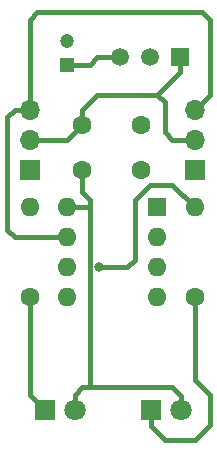
<source format=gtl>
G04 #@! TF.GenerationSoftware,KiCad,Pcbnew,(5.1.8)-1*
G04 #@! TF.CreationDate,2023-08-31T22:35:52+02:00*
G04 #@! TF.ProjectId,RC Exhaust System,52432045-7868-4617-9573-742053797374,rev?*
G04 #@! TF.SameCoordinates,Original*
G04 #@! TF.FileFunction,Copper,L1,Top*
G04 #@! TF.FilePolarity,Positive*
%FSLAX46Y46*%
G04 Gerber Fmt 4.6, Leading zero omitted, Abs format (unit mm)*
G04 Created by KiCad (PCBNEW (5.1.8)-1) date 2023-08-31 22:35:52*
%MOMM*%
%LPD*%
G01*
G04 APERTURE LIST*
G04 #@! TA.AperFunction,ComponentPad*
%ADD10C,1.600000*%
G04 #@! TD*
G04 #@! TA.AperFunction,ComponentPad*
%ADD11O,1.600000X1.600000*%
G04 #@! TD*
G04 #@! TA.AperFunction,ComponentPad*
%ADD12O,1.700000X1.700000*%
G04 #@! TD*
G04 #@! TA.AperFunction,ComponentPad*
%ADD13R,1.700000X1.700000*%
G04 #@! TD*
G04 #@! TA.AperFunction,ComponentPad*
%ADD14R,1.600000X1.600000*%
G04 #@! TD*
G04 #@! TA.AperFunction,ComponentPad*
%ADD15R,1.200000X1.200000*%
G04 #@! TD*
G04 #@! TA.AperFunction,ComponentPad*
%ADD16C,1.200000*%
G04 #@! TD*
G04 #@! TA.AperFunction,ComponentPad*
%ADD17R,1.800000X1.800000*%
G04 #@! TD*
G04 #@! TA.AperFunction,ComponentPad*
%ADD18C,1.800000*%
G04 #@! TD*
G04 #@! TA.AperFunction,ComponentPad*
%ADD19C,1.500000*%
G04 #@! TD*
G04 #@! TA.AperFunction,ComponentPad*
%ADD20R,1.500000X1.500000*%
G04 #@! TD*
G04 #@! TA.AperFunction,ViaPad*
%ADD21C,0.800000*%
G04 #@! TD*
G04 #@! TA.AperFunction,Conductor*
%ADD22C,0.381000*%
G04 #@! TD*
G04 APERTURE END LIST*
D10*
X78105000Y-93345000D03*
X83105000Y-93345000D03*
X83105000Y-97155000D03*
X78105000Y-97155000D03*
X73660000Y-107950000D03*
D11*
X73660000Y-100330000D03*
X87630000Y-100330000D03*
D10*
X87630000Y-107950000D03*
D12*
X87630000Y-92075000D03*
X87630000Y-94615000D03*
D13*
X87630000Y-97155000D03*
D14*
X84455000Y-100330000D03*
D11*
X76835000Y-107950000D03*
X84455000Y-102870000D03*
X76835000Y-105410000D03*
X84455000Y-105410000D03*
X76835000Y-102870000D03*
X84455000Y-107950000D03*
X76835000Y-100330000D03*
D15*
X76835000Y-88265000D03*
D16*
X76835000Y-86265000D03*
D17*
X74922000Y-117496000D03*
D18*
X77462000Y-117496000D03*
X86462000Y-117496000D03*
D17*
X83922000Y-117496000D03*
D13*
X73660000Y-97155000D03*
D12*
X73660000Y-94615000D03*
X73660000Y-92075000D03*
D19*
X83820000Y-87630000D03*
X81280000Y-87630000D03*
D20*
X86360000Y-87630000D03*
D21*
X79530500Y-105410000D03*
D22*
X81280000Y-87630000D02*
X79375000Y-87630000D01*
X78740000Y-88265000D02*
X76835000Y-88265000D01*
X79375000Y-87630000D02*
X78740000Y-88265000D01*
X86462000Y-117496000D02*
X86462000Y-116307000D01*
X86462000Y-116307000D02*
X85725000Y-115570000D01*
X77462000Y-116213000D02*
X77462000Y-117496000D01*
X78105000Y-115570000D02*
X77462000Y-116213000D01*
X78105000Y-100330000D02*
X76835000Y-100330000D01*
X78740000Y-115570000D02*
X78105000Y-115570000D01*
X85725000Y-115570000D02*
X78740000Y-115570000D01*
X78740000Y-100330000D02*
X78105000Y-100330000D01*
X78740000Y-115570000D02*
X78740000Y-100330000D01*
X78740000Y-99695000D02*
X78105000Y-99060000D01*
X78740000Y-100330000D02*
X78740000Y-99695000D01*
X78105000Y-97155000D02*
X78105000Y-99060000D01*
X76835000Y-94615000D02*
X78105000Y-93345000D01*
X73660000Y-94615000D02*
X76835000Y-94615000D01*
X78105000Y-93345000D02*
X78105000Y-92075000D01*
X78105000Y-92075000D02*
X79375000Y-90805000D01*
X79375000Y-90805000D02*
X83185000Y-90805000D01*
X83185000Y-90805000D02*
X84455000Y-90805000D01*
X84455000Y-90805000D02*
X85090000Y-91440000D01*
X85090000Y-91440000D02*
X85090000Y-93980000D01*
X85725000Y-94615000D02*
X87630000Y-94615000D01*
X85090000Y-93980000D02*
X85725000Y-94615000D01*
X86360000Y-88900000D02*
X84455000Y-90805000D01*
X86360000Y-87630000D02*
X86360000Y-88900000D01*
X73660000Y-92075000D02*
X72390000Y-92075000D01*
X72390000Y-92075000D02*
X71755000Y-92710000D01*
X71755000Y-92710000D02*
X71755000Y-102235000D01*
X72390000Y-102870000D02*
X76835000Y-102870000D01*
X71755000Y-102235000D02*
X72390000Y-102870000D01*
X88900000Y-90805000D02*
X87630000Y-92075000D01*
X88900000Y-84455000D02*
X88900000Y-90805000D01*
X74295000Y-83820000D02*
X88265000Y-83820000D01*
X73660000Y-84455000D02*
X74295000Y-83820000D01*
X88265000Y-83820000D02*
X88900000Y-84455000D01*
X73660000Y-92075000D02*
X73660000Y-84455000D01*
X87630000Y-100330000D02*
X85725000Y-98425000D01*
X85725000Y-98425000D02*
X83820000Y-98425000D01*
X83820000Y-98425000D02*
X82550000Y-99695000D01*
X82550000Y-99695000D02*
X82550000Y-104775000D01*
X82550000Y-104775000D02*
X81915000Y-105410000D01*
X81915000Y-105410000D02*
X79530500Y-105410000D01*
X73660000Y-116234000D02*
X74922000Y-117496000D01*
X73660000Y-107950000D02*
X73660000Y-116234000D01*
X87630000Y-107950000D02*
X87630000Y-114935000D01*
X87630000Y-114935000D02*
X88900000Y-116205000D01*
X88900000Y-116205000D02*
X88900000Y-118745000D01*
X88900000Y-118745000D02*
X87630000Y-120015000D01*
X87630000Y-120015000D02*
X85090000Y-120015000D01*
X83922000Y-118847000D02*
X83922000Y-117496000D01*
X85090000Y-120015000D02*
X83922000Y-118847000D01*
M02*

</source>
